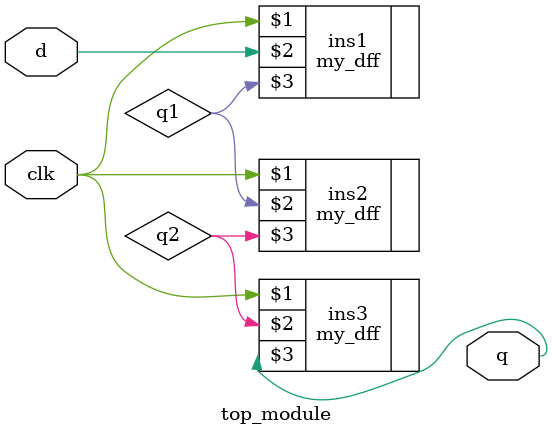
<source format=v>
module top_module ( input clk, input d, output q );
    wire q1,q2;
    my_dff ins1(clk,d,q1);
    my_dff ins2(clk,q1,q2);
    my_dff ins3(clk,q2,q);
    
endmodule

</source>
